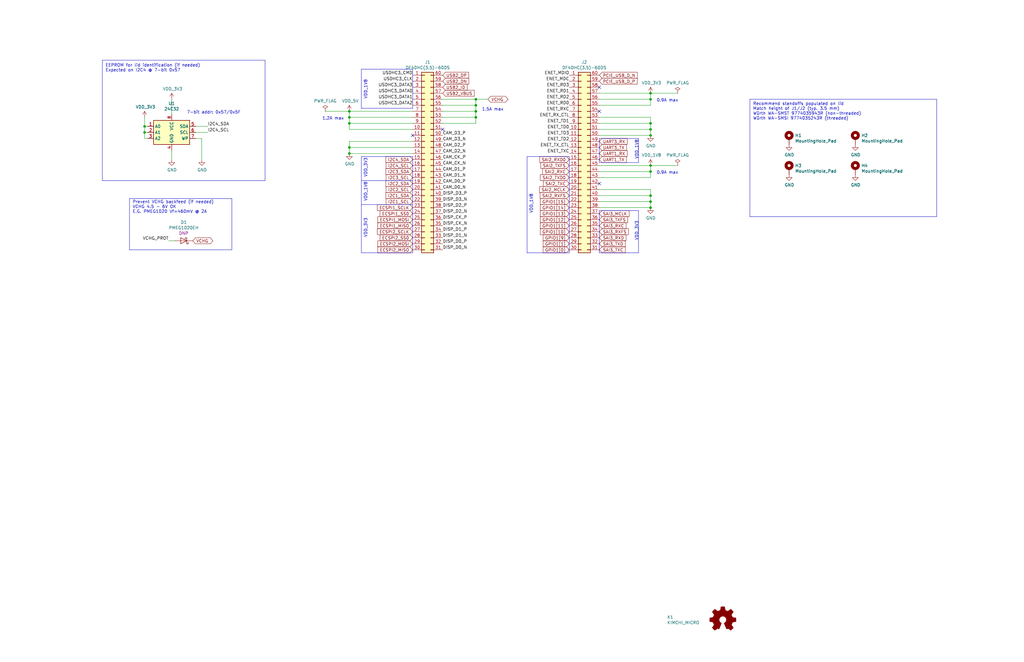
<source format=kicad_sch>
(kicad_sch (version 20230121) (generator eeschema)
  (paper "USLedger")
  (lib_symbols
    (symbol "Connector_Generic:Conn_02x30_Counter_Clockwise" (pin_names (offset 1.016) hide)
      (property "Reference" "J" (at 1.27 38.1 0))
      (property "Value" "Conn_02x30_Counter_Clockwise" (at 1.27 -40.64 0))
      (symbol "Conn_02x30_Counter_Clockwise_1_1"
        (rectangle (start -1.27 -37.973) (end 0 -38.227) (stroke (width 0.1524)))
        (rectangle (start -1.27 -35.433) (end 0 -35.687) (stroke (width 0.1524)))
        (rectangle (start -1.27 -32.893) (end 0 -33.147) (stroke (width 0.1524)))
        (rectangle (start -1.27 -30.353) (end 0 -30.607) (stroke (width 0.1524)))
        (rectangle (start -1.27 -27.813) (end 0 -28.067) (stroke (width 0.1524)))
        (rectangle (start -1.27 -25.273) (end 0 -25.527) (stroke (width 0.1524)))
        (rectangle (start -1.27 -22.733) (end 0 -22.987) (stroke (width 0.1524)))
        (rectangle (start -1.27 -20.193) (end 0 -20.447) (stroke (width 0.1524)))
        (rectangle (start -1.27 -17.653) (end 0 -17.907) (stroke (width 0.1524)))
        (rectangle (start -1.27 -15.113) (end 0 -15.367) (stroke (width 0.1524)))
        (rectangle (start -1.27 -12.573) (end 0 -12.827) (stroke (width 0.1524)))
        (rectangle (start -1.27 -10.033) (end 0 -10.287) (stroke (width 0.1524)))
        (rectangle (start -1.27 -7.493) (end 0 -7.747) (stroke (width 0.1524)))
        (rectangle (start -1.27 -4.953) (end 0 -5.207) (stroke (width 0.1524)))
        (rectangle (start -1.27 -2.413) (end 0 -2.667) (stroke (width 0.1524)))
        (rectangle (start -1.27 0.127) (end 0 -0.127) (stroke (width 0.1524)))
        (rectangle (start -1.27 2.667) (end 0 2.413) (stroke (width 0.1524)))
        (rectangle (start -1.27 5.207) (end 0 4.953) (stroke (width 0.1524)))
        (rectangle (start -1.27 7.747) (end 0 7.493) (stroke (width 0.1524)))
        (rectangle (start -1.27 10.287) (end 0 10.033) (stroke (width 0.1524)))
        (rectangle (start -1.27 12.827) (end 0 12.573) (stroke (width 0.1524)))
        (rectangle (start -1.27 15.367) (end 0 15.113) (stroke (width 0.1524)))
        (rectangle (start -1.27 17.907) (end 0 17.653) (stroke (width 0.1524)))
        (rectangle (start -1.27 20.447) (end 0 20.193) (stroke (width 0.1524)))
        (rectangle (start -1.27 22.987) (end 0 22.733) (stroke (width 0.1524)))
        (rectangle (start -1.27 25.527) (end 0 25.273) (stroke (width 0.1524)))
        (rectangle (start -1.27 28.067) (end 0 27.813) (stroke (width 0.1524)))
        (rectangle (start -1.27 30.607) (end 0 30.353) (stroke (width 0.1524)))
        (rectangle (start -1.27 33.147) (end 0 32.893) (stroke (width 0.1524)))
        (rectangle (start -1.27 35.687) (end 0 35.433) (stroke (width 0.1524)))
        (rectangle (start -1.27 36.83) (end 3.81 -39.37) (stroke (width 0.254)) (fill (type background)))
        (rectangle (start 3.81 -37.973) (end 2.54 -38.227) (stroke (width 0.1524)))
        (rectangle (start 3.81 -35.433) (end 2.54 -35.687) (stroke (width 0.1524)))
        (rectangle (start 3.81 -32.893) (end 2.54 -33.147) (stroke (width 0.1524)))
        (rectangle (start 3.81 -30.353) (end 2.54 -30.607) (stroke (width 0.1524)))
        (rectangle (start 3.81 -27.813) (end 2.54 -28.067) (stroke (width 0.1524)))
        (rectangle (start 3.81 -25.273) (end 2.54 -25.527) (stroke (width 0.1524)))
        (rectangle (start 3.81 -22.733) (end 2.54 -22.987) (stroke (width 0.1524)))
        (rectangle (start 3.81 -20.193) (end 2.54 -20.447) (stroke (width 0.1524)))
        (rectangle (start 3.81 -17.653) (end 2.54 -17.907) (stroke (width 0.1524)))
        (rectangle (start 3.81 -15.113) (end 2.54 -15.367) (stroke (width 0.1524)))
        (rectangle (start 3.81 -12.573) (end 2.54 -12.827) (stroke (width 0.1524)))
        (rectangle (start 3.81 -10.033) (end 2.54 -10.287) (stroke (width 0.1524)))
        (rectangle (start 3.81 -7.493) (end 2.54 -7.747) (stroke (width 0.1524)))
        (rectangle (start 3.81 -4.953) (end 2.54 -5.207) (stroke (width 0.1524)))
        (rectangle (start 3.81 -2.413) (end 2.54 -2.667) (stroke (width 0.1524)))
        (rectangle (start 3.81 0.127) (end 2.54 -0.127) (stroke (width 0.1524)))
        (rectangle (start 3.81 2.667) (end 2.54 2.413) (stroke (width 0.1524)))
        (rectangle (start 3.81 5.207) (end 2.54 4.953) (stroke (width 0.1524)))
        (rectangle (start 3.81 7.747) (end 2.54 7.493) (stroke (width 0.1524)))
        (rectangle (start 3.81 10.287) (end 2.54 10.033) (stroke (width 0.1524)))
        (rectangle (start 3.81 12.827) (end 2.54 12.573) (stroke (width 0.1524)))
        (rectangle (start 3.81 15.367) (end 2.54 15.113) (stroke (width 0.1524)))
        (rectangle (start 3.81 17.907) (end 2.54 17.653) (stroke (width 0.1524)))
        (rectangle (start 3.81 20.447) (end 2.54 20.193) (stroke (width 0.1524)))
        (rectangle (start 3.81 22.987) (end 2.54 22.733) (stroke (width 0.1524)))
        (rectangle (start 3.81 25.527) (end 2.54 25.273) (stroke (width 0.1524)))
        (rectangle (start 3.81 28.067) (end 2.54 27.813) (stroke (width 0.1524)))
        (rectangle (start 3.81 30.607) (end 2.54 30.353) (stroke (width 0.1524)))
        (rectangle (start 3.81 33.147) (end 2.54 32.893) (stroke (width 0.1524)))
        (rectangle (start 3.81 35.687) (end 2.54 35.433) (stroke (width 0.1524)))
        (pin passive line (at -5.08 35.56 0) (length 3.81) (name "Pin_1") (number "1"))
        (pin passive line (at -5.08 12.7 0) (length 3.81) (name "Pin_10") (number "10"))
        (pin passive line (at -5.08 10.16 0) (length 3.81) (name "Pin_11") (number "11"))
        (pin passive line (at -5.08 7.62 0) (length 3.81) (name "Pin_12") (number "12"))
        (pin passive line (at -5.08 5.08 0) (length 3.81) (name "Pin_13") (number "13"))
        (pin passive line (at -5.08 2.54 0) (length 3.81) (name "Pin_14") (number "14"))
        (pin passive line (at -5.08 0 0) (length 3.81) (name "Pin_15") (number "15"))
        (pin passive line (at -5.08 -2.54 0) (length 3.81) (name "Pin_16") (number "16"))
        (pin passive line (at -5.08 -5.08 0) (length 3.81) (name "Pin_17") (number "17"))
        (pin passive line (at -5.08 -7.62 0) (length 3.81) (name "Pin_18") (number "18"))
        (pin passive line (at -5.08 -10.16 0) (length 3.81) (name "Pin_19") (number "19"))
        (pin passive line (at -5.08 33.02 0) (length 3.81) (name "Pin_2") (number "2"))
        (pin passive line (at -5.08 -12.7 0) (length 3.81) (name "Pin_20") (number "20"))
        (pin passive line (at -5.08 -15.24 0) (length 3.81) (name "Pin_21") (number "21"))
        (pin passive line (at -5.08 -17.78 0) (length 3.81) (name "Pin_22") (number "22"))
        (pin passive line (at -5.08 -20.32 0) (length 3.81) (name "Pin_23") (number "23"))
        (pin passive line (at -5.08 -22.86 0) (length 3.81) (name "Pin_24") (number "24"))
        (pin passive line (at -5.08 -25.4 0) (length 3.81) (name "Pin_25") (number "25"))
        (pin passive line (at -5.08 -27.94 0) (length 3.81) (name "Pin_26") (number "26"))
        (pin passive line (at -5.08 -30.48 0) (length 3.81) (name "Pin_27") (number "27"))
        (pin passive line (at -5.08 -33.02 0) (length 3.81) (name "Pin_28") (number "28"))
        (pin passive line (at -5.08 -35.56 0) (length 3.81) (name "Pin_29") (number "29"))
        (pin passive line (at -5.08 30.48 0) (length 3.81) (name "Pin_3") (number "3"))
        (pin passive line (at -5.08 -38.1 0) (length 3.81) (name "Pin_30") (number "30"))
        (pin passive line (at 7.62 -38.1 180) (length 3.81) (name "Pin_31") (number "31"))
        (pin passive line (at 7.62 -35.56 180) (length 3.81) (name "Pin_32") (number "32"))
        (pin passive line (at 7.62 -33.02 180) (length 3.81) (name "Pin_33") (number "33"))
        (pin passive line (at 7.62 -30.48 180) (length 3.81) (name "Pin_34") (number "34"))
        (pin passive line (at 7.62 -27.94 180) (length 3.81) (name "Pin_35") (number "35"))
        (pin passive line (at 7.62 -25.4 180) (length 3.81) (name "Pin_36") (number "36"))
        (pin passive line (at 7.62 -22.86 180) (length 3.81) (name "Pin_37") (number "37"))
        (pin passive line (at 7.62 -20.32 180) (length 3.81) (name "Pin_38") (number "38"))
        (pin passive line (at 7.62 -17.78 180) (length 3.81) (name "Pin_39") (number "39"))
        (pin passive line (at -5.08 27.94 0) (length 3.81) (name "Pin_4") (number "4"))
        (pin passive line (at 7.62 -15.24 180) (length 3.81) (name "Pin_40") (number "40"))
        (pin passive line (at 7.62 -12.7 180) (length 3.81) (name "Pin_41") (number "41"))
        (pin passive line (at 7.62 -10.16 180) (length 3.81) (name "Pin_42") (number "42"))
        (pin passive line (at 7.62 -7.62 180) (length 3.81) (name "Pin_43") (number "43"))
        (pin passive line (at 7.62 -5.08 180) (length 3.81) (name "Pin_44") (number "44"))
        (pin passive line (at 7.62 -2.54 180) (length 3.81) (name "Pin_45") (number "45"))
        (pin passive line (at 7.62 0 180) (length 3.81) (name "Pin_46") (number "46"))
        (pin passive line (at 7.62 2.54 180) (length 3.81) (name "Pin_47") (number "47"))
        (pin passive line (at 7.62 5.08 180) (length 3.81) (name "Pin_48") (number "48"))
        (pin passive line (at 7.62 7.62 180) (length 3.81) (name "Pin_49") (number "49"))
        (pin passive line (at -5.08 25.4 0) (length 3.81) (name "Pin_5") (number "5"))
        (pin passive line (at 7.62 10.16 180) (length 3.81) (name "Pin_50") (number "50"))
        (pin passive line (at 7.62 12.7 180) (length 3.81) (name "Pin_51") (number "51"))
        (pin passive line (at 7.62 15.24 180) (length 3.81) (name "Pin_52") (number "52"))
        (pin passive line (at 7.62 17.78 180) (length 3.81) (name "Pin_53") (number "53"))
        (pin passive line (at 7.62 20.32 180) (length 3.81) (name "Pin_54") (number "54"))
        (pin passive line (at 7.62 22.86 180) (length 3.81) (name "Pin_55") (number "55"))
        (pin passive line (at 7.62 25.4 180) (length 3.81) (name "Pin_56") (number "56"))
        (pin passive line (at 7.62 27.94 180) (length 3.81) (name "Pin_57") (number "57"))
        (pin passive line (at 7.62 30.48 180) (length 3.81) (name "Pin_58") (number "58"))
        (pin passive line (at 7.62 33.02 180) (length 3.81) (name "Pin_59") (number "59"))
        (pin passive line (at -5.08 22.86 0) (length 3.81) (name "Pin_6") (number "6"))
        (pin passive line (at 7.62 35.56 180) (length 3.81) (name "Pin_60") (number "60"))
        (pin passive line (at -5.08 20.32 0) (length 3.81) (name "Pin_7") (number "7"))
        (pin passive line (at -5.08 17.78 0) (length 3.81) (name "Pin_8") (number "8"))
        (pin passive line (at -5.08 15.24 0) (length 3.81) (name "Pin_9") (number "9"))
      )
    )
    (symbol "Diode:PMEG1020EH" (pin_numbers hide) (pin_names hide)
      (property "Reference" "D" (at 0 2.54 0))
      (property "Value" "PMEG1020EH" (at 0 -2.54 0))
      (symbol "PMEG1020EH_0_1"
        (polyline (pts (xy 1.27 0) (xy -1.27 0)))
        (polyline (pts (xy 1.27 1.27) (xy 1.27 -1.27) (xy -1.27 0) (xy 1.27 1.27)) (stroke (width 0.2032)))
        (polyline (pts (xy -1.905 0.635) (xy -1.905 1.27) (xy -1.27 1.27) (xy -1.27 -1.27) (xy -0.635 -1.27) (xy -0.635 -0.635)) (stroke (width 0.2032)))
      )
      (symbol "PMEG1020EH_1_1"
        (pin passive line (at -3.81 0 0) (length 2.54) (name "K") (number "1"))
        (pin passive line (at 3.81 0 180) (length 2.54) (name "A") (number "2"))
      )
    )
    (symbol "Graphic:Logo_Open_Hardware_Small" (in_bom no) (on_board no)
      (symbol "Logo_Open_Hardware_Small_0_1"
        (polyline (pts (xy 3.3528 -4.3434) (xy 3.302 -4.318) (xy 3.175 -4.2418) (xy 2.9972 -4.1148) (xy 2.7686 -3.9624) (xy 2.54 -3.81) (xy 2.3622 -3.7084) (xy 2.2352 -3.6068) (xy 2.1844 -3.5814) (xy 2.159 -3.6068) (xy 2.0574 -3.6576) (xy 1.905 -3.7338) (xy 1.8034 -3.7846) (xy 1.6764 -3.8354) (xy 1.6002 -3.8354) (xy 1.6002 -3.8354) (xy 1.5494 -3.7338) (xy 1.4732 -3.5306) (xy 1.3462 -3.302) (xy 1.2446 -3.0226) (xy 1.1176 -2.7178) (xy 0.9652 -2.413) (xy 0.8636 -2.1082) (xy 0.7366 -1.8288) (xy 0.6604 -1.6256) (xy 0.6096 -1.4732) (xy 0.5842 -1.397) (xy 0.5842 -1.397) (xy 0.6604 -1.3208) (xy 0.7874 -1.2446) (xy 1.0414 -1.016) (xy 1.2954 -0.6858) (xy 1.4478 -0.3302) (xy 1.524 0.0762) (xy 1.4732 0.4572) (xy 1.3208 0.8128) (xy 1.0668 1.143) (xy 0.762 1.3716) (xy 0.4064 1.524) (xy 0 1.5748) (xy -0.381 1.5494) (xy -0.7366 1.397) (xy -1.0668 1.143) (xy -1.2192 0.9906) (xy -1.397 0.6604) (xy -1.524 0.3048) (xy -1.524 0.2286) (xy -1.4986 -0.1778) (xy -1.397 -0.5334) (xy -1.1938 -0.8636) (xy -0.9144 -1.143) (xy -0.8636 -1.1684) (xy -0.7366 -1.27) (xy -0.635 -1.3462) (xy -0.5842 -1.397) (xy -1.0668 -2.5908) (xy -1.143 -2.794) (xy -1.2954 -3.1242) (xy -1.397 -3.4036) (xy -1.4986 -3.6322) (xy -1.5748 -3.7846) (xy -1.6002 -3.8354) (xy -1.6002 -3.8354) (xy -1.651 -3.8354) (xy -1.7272 -3.81) (xy -1.905 -3.7338) (xy -2.0066 -3.683) (xy -2.1336 -3.6068) (xy -2.2098 -3.5814) (xy -2.2606 -3.6068) (xy -2.3622 -3.683) (xy -2.54 -3.81) (xy -2.7686 -3.9624) (xy -2.9718 -4.0894) (xy -3.1496 -4.2164) (xy -3.302 -4.318) (xy -3.3528 -4.3434) (xy -3.3782 -4.3434) (xy -3.429 -4.318) (xy -3.5306 -4.2164) (xy -3.7084 -4.064) (xy -3.937 -3.8354) (xy -3.9624 -3.81) (xy -4.1656 -3.6068) (xy -4.318 -3.4544) (xy -4.4196 -3.3274) (xy -4.445 -3.2766) (xy -4.445 -3.2766) (xy -4.4196 -3.2258) (xy -4.318 -3.0734) (xy -4.2164 -2.8956) (xy -4.064 -2.667) (xy -3.6576 -2.0828) (xy -3.8862 -1.5494) (xy -3.937 -1.3716) (xy -4.0386 -1.1684) (xy -4.0894 -1.0414) (xy -4.1148 -0.9652) (xy -4.191 -0.9398) (xy -4.318 -0.9144) (xy -4.5466 -0.8636) (xy -4.8006 -0.8128) (xy -5.0546 -0.7874) (xy -5.2578 -0.7366) (xy -5.4356 -0.7112) (xy -5.5118 -0.6858) (xy -5.5118 -0.6858) (xy -5.5372 -0.635) (xy -5.5372 -0.5588) (xy -5.5372 -0.4318) (xy -5.5626 -0.2286) (xy -5.5626 0.0762) (xy -5.5626 0.127) (xy -5.5372 0.4064) (xy -5.5372 0.635) (xy -5.5372 0.762) (xy -5.5372 0.8382) (xy -5.5372 0.8382) (xy -5.461 0.8382) (xy -5.3086 0.889) (xy -5.08 0.9144) (xy -4.826 0.9652) (xy -4.8006 0.9906) (xy -4.5466 1.0414) (xy -4.318 1.0668) (xy -4.1656 1.1176) (xy -4.0894 1.143) (xy -4.0894 1.143) (xy -4.0386 1.2446) (xy -3.9624 1.4224) (xy -3.8608 1.6256) (xy -3.7846 1.8288) (xy -3.7084 2.0066) (xy -3.6576 2.159) (xy -3.6322 2.2098) (xy -3.6322 2.2098) (xy -3.683 2.286) (xy -3.7592 2.413) (xy -3.8862 2.5908) (xy -4.064 2.8194) (xy -4.064 2.8448) (xy -4.2164 3.0734) (xy -4.3434 3.2512) (xy -4.4196 3.3782) (xy -4.445 3.4544) (xy -4.445 3.4544) (xy -4.3942 3.5052) (xy -4.2926 3.6322) (xy -4.1148 3.81) (xy -3.937 4.0132) (xy -3.8608 4.064) (xy -3.6576 4.2926) (xy -3.5052 4.4196) (xy -3.4036 4.4958) (xy -3.3528 4.5212) (xy -3.3528 4.5212) (xy -3.302 4.4704) (xy -3.1496 4.3688) (xy -2.9718 4.2418) (xy -2.7432 4.0894) (xy -2.7178 4.0894) (xy -2.4892 3.937) (xy -2.3114 3.81) (xy -2.1844 3.7084) (xy -2.1336 3.683) (xy -2.1082 3.683) (xy -2.032 3.7084) (xy -1.8542 3.7592) (xy -1.6764 3.8354) (xy -1.4732 3.937) (xy -1.27 4.0132) (xy -1.143 4.064) (xy -1.0668 4.1148) (xy -1.0668 4.1148) (xy -1.0414 4.191) (xy -1.016 4.3434) (xy -0.9652 4.572) (xy -0.9144 4.8514) (xy -0.889 4.9022) (xy -0.8382 5.1562) (xy -0.8128 5.3848) (xy -0.7874 5.5372) (xy -0.762 5.588) (xy -0.7112 5.6134) (xy -0.5842 5.6134) (xy -0.4064 5.6134) (xy -0.1524 5.6134) (xy 0.0762 5.6134) (xy 0.3302 5.6134) (xy 0.5334 5.6134) (xy 0.6858 5.588) (xy 0.7366 5.588) (xy 0.7366 5.588) (xy 0.762 5.5118) (xy 0.8128 5.334) (xy 0.8382 5.1054) (xy 0.9144 4.826) (xy 0.9144 4.7752) (xy 0.9652 4.5212) (xy 1.016 4.2926) (xy 1.0414 4.1402) (xy 1.0668 4.0894) (xy 1.0668 4.0894) (xy 1.1938 4.0386) (xy 1.3716 3.9624) (xy 1.5748 3.8608) (xy 2.0828 3.6576) (xy 2.7178 4.0894) (xy 2.7686 4.1402) (xy 2.9972 4.2926) (xy 3.175 4.4196) (xy 3.302 4.4958) (xy 3.3782 4.5212) (xy 3.3782 4.5212) (xy 3.429 4.4704) (xy 3.556 4.3434) (xy 3.7338 4.191) (xy 3.9116 3.9878) (xy 4.064 3.8354) (xy 4.2418 3.6576) (xy 4.3434 3.556) (xy 4.4196 3.4798) (xy 4.4196 3.429) (xy 4.4196 3.4036) (xy 4.3942 3.3274) (xy 4.2926 3.2004) (xy 4.1656 2.9972) (xy 4.0132 2.794) (xy 3.8862 2.5908) (xy 3.7592 2.3876) (xy 3.6576 2.2352) (xy 3.6322 2.159) (xy 3.6322 2.1336) (xy 3.683 2.0066) (xy 3.7592 1.8288) (xy 3.8608 1.6002) (xy 4.064 1.1176) (xy 4.3942 1.0414) (xy 4.5974 1.016) (xy 4.8768 0.9652) (xy 5.1308 0.9144) (xy 5.5372 0.8382) (xy 5.5626 -0.6604) (xy 5.4864 -0.6858) (xy 5.4356 -0.6858) (xy 5.2832 -0.7366) (xy 5.0546 -0.762) (xy 4.8006 -0.8128) (xy 4.5974 -0.8636) (xy 4.3688 -0.9144) (xy 4.2164 -0.9398) (xy 4.1402 -0.9398) (xy 4.1148 -0.9652) (xy 4.064 -1.0668) (xy 3.9878 -1.2446) (xy 3.9116 -1.4478) (xy 3.81 -1.651) (xy 3.7338 -1.8542) (xy 3.683 -2.0066) (xy 3.6576 -2.0828) (xy 3.683 -2.1336) (xy 3.7846 -2.2606) (xy 3.8862 -2.4638) (xy 4.0386 -2.667) (xy 4.191 -2.8956) (xy 4.318 -3.0734) (xy 4.3942 -3.2004) (xy 4.445 -3.2766) (xy 4.4196 -3.3274) (xy 4.3434 -3.429) (xy 4.1656 -3.5814) (xy 3.937 -3.8354) (xy 3.8862 -3.8608) (xy 3.683 -4.064) (xy 3.5306 -4.2164) (xy 3.4036 -4.318) (xy 3.3528 -4.3434)) (fill (type outline)))
      )
    )
    (symbol "Mechanical:MountingHole_Pad" (pin_numbers hide) (pin_names (offset 1.016) hide)
      (property "Reference" "H" (at 0 6.35 0))
      (property "Value" "MountingHole_Pad" (at 0 4.445 0))
      (symbol "MountingHole_Pad_0_1"
        (circle (center 0 1.27) (radius 1.27) (stroke (width 1.27)))
      )
      (symbol "MountingHole_Pad_1_1"
        (pin input line (at 0 -2.54 90) (length 2.54) (name "1") (number "1"))
      )
    )
    (symbol "Memory_EEPROM:24LC16"
      (property "Reference" "U" (at -6.35 6.35 0))
      (property "Value" "24LC16" (at 1.27 6.35 0))
      (symbol "24LC16_1_1"
        (rectangle (start -7.62 5.08) (end 7.62 -5.08) (stroke (width 0.254)) (fill (type background)))
        (pin input line (at -10.16 2.54 0) (length 2.54) (name "A0") (number "1"))
        (pin input line (at -10.16 0 0) (length 2.54) (name "A1") (number "2"))
        (pin input line (at -10.16 -2.54 0) (length 2.54) (name "A2") (number "3"))
        (pin power_in line (at 0 -7.62 90) (length 2.54) (name "GND") (number "4"))
        (pin bidirectional line (at 10.16 2.54 180) (length 2.54) (name "SDA") (number "5"))
        (pin input line (at 10.16 0 180) (length 2.54) (name "SCL") (number "6"))
        (pin input line (at 10.16 -2.54 180) (length 2.54) (name "WP") (number "7"))
        (pin power_in line (at 0 7.62 270) (length 2.54) (name "VCC") (number "8"))
      )
    )
    (symbol "kimchi_ulid:KIMCHI_MICRO" (pin_names (offset 1.016))
      (property "Reference" "K" (at 0 0 0))
      (property "Value" "KIMCHI_MICRO" (at 0 0 0))
    )
    (symbol "kimchi_ulid:VDD_1V8" (power) (pin_names (offset 0))
      (property "Value" "VDD_1V8" (at 0 3.556 0))
      (symbol "VDD_1V8_0_1"
        (polyline (pts (xy -0.762 1.27) (xy 0 2.54)))
        (polyline (pts (xy 0 0) (xy 0 2.54)))
        (polyline (pts (xy 0 2.54) (xy 0.762 1.27)))
      )
      (symbol "VDD_1V8_1_1"
        (pin power_in line (at 0 0 90) (length 0) hide (name "VDD_1V8") (number "1"))
      )
    )
    (symbol "kimchi_ulid:VDD_3V3" (power) (pin_names (offset 0))
      (property "Value" "VDD_3V3" (at 0 3.556 0))
      (symbol "VDD_3V3_0_1"
        (polyline (pts (xy -0.762 1.27) (xy 0 2.54)))
        (polyline (pts (xy 0 0) (xy 0 2.54)))
        (polyline (pts (xy 0 2.54) (xy 0.762 1.27)))
      )
      (symbol "VDD_3V3_1_1"
        (pin power_in line (at 0 0 90) (length 0) hide (name "VDD_3V3") (number "1"))
      )
    )
    (symbol "kimchi_ulid:VDD_5V" (power) (pin_names (offset 0))
      (property "Value" "VDD_5V" (at 0 3.556 0))
      (symbol "VDD_5V_0_1"
        (polyline (pts (xy -0.762 1.27) (xy 0 2.54)))
        (polyline (pts (xy 0 0) (xy 0 2.54)))
        (polyline (pts (xy 0 2.54) (xy 0.762 1.27)))
      )
      (symbol "VDD_5V_1_1"
        (pin power_in line (at 0 0 90) (length 0) hide (name "VDD_5V") (number "1"))
      )
    )
    (symbol "power:GND" (power) (pin_names (offset 0))
      (property "Value" "GND" (at 0 -3.81 0))
      (symbol "GND_0_1"
        (polyline (pts (xy 0 0) (xy 0 -1.27) (xy 1.27 -1.27) (xy 0 -2.54) (xy -1.27 -1.27) (xy 0 -1.27)))
      )
      (symbol "GND_1_1"
        (pin power_in line (at 0 0 270) (length 0) hide (name "GND") (number "1"))
      )
    )
    (symbol "power:PWR_FLAG" (power) (pin_numbers hide) (pin_names (offset 0) hide)
      (property "Value" "PWR_FLAG" (at 0 3.81 0))
      (symbol "PWR_FLAG_0_0"
        (pin power_out line (at 0 0 90) (length 0) (name "pwr") (number "1"))
      )
      (symbol "PWR_FLAG_0_1"
        (polyline (pts (xy 0 0) (xy 0 1.27) (xy -1.016 1.905) (xy 0 2.54) (xy 1.016 1.905) (xy 0 1.27)))
      )
    )
  )
  (junction (at 274.32 54.61))
  (junction (at 200.66 44.45))
  (junction (at 274.32 57.15))
  (junction (at 274.32 39.37))
  (junction (at 274.32 72.39))
  (junction (at 200.66 46.99))
  (junction (at 147.32 52.07))
  (junction (at 274.32 82.55))
  (junction (at 147.32 62.23))
  (junction (at 274.32 87.63))
  (junction (at 200.66 41.91))
  (junction (at 274.32 69.85))
  (junction (at 147.32 64.77))
  (junction (at 200.66 49.53))
  (junction (at 147.32 49.53))
  (junction (at 147.32 46.99))
  (junction (at 60.96 53.34))
  (junction (at 274.32 85.09))
  (junction (at 274.32 41.91))
  (junction (at 60.96 55.88))
  (junction (at 274.32 52.07))
  (no_connect (at 186.69 54.61))
  (no_connect (at 252.73 46.99))
  (no_connect (at 252.73 36.83))
  (no_connect (at 252.73 77.47))
  (no_connect (at 173.99 57.15))
  (polyline (pts (xy 222.25 106.68) (xy 222.25 66.04)))
  (wire (pts (xy 173.99 62.23) (xy 147.32 62.23)))
  (wire (pts (xy 200.66 41.91) (xy 186.69 41.91)))
  (wire (pts (xy 252.73 54.61) (xy 274.32 54.61)))
  (polyline (pts (xy 173.99 66.04) (xy 173.99 106.68)))
  (wire (pts (xy 72.39 67.31) (xy 72.39 63.5)))
  (wire (pts (xy 274.32 54.61) (xy 274.32 52.07)))
  (wire (pts (xy 147.32 59.69) (xy 147.32 62.23)))
  (wire (pts (xy 62.23 55.88) (xy 60.96 55.88)))
  (wire (pts (xy 137.16 46.99) (xy 147.32 46.99)))
  (polyline (pts (xy 252.73 68.58) (xy 252.73 58.42)))
  (wire (pts (xy 274.32 74.93) (xy 252.73 74.93)))
  (wire (pts (xy 274.32 57.15) (xy 274.32 54.61)))
  (wire (pts (xy 285.75 69.85) (xy 274.32 69.85)))
  (polyline (pts (xy 240.03 66.04) (xy 240.03 106.68)))
  (polyline (pts (xy 252.73 106.68) (xy 269.24 106.68)))
  (polyline (pts (xy 152.4 76.2) (xy 173.99 76.2)))
  (wire (pts (xy 274.32 80.01) (xy 274.32 82.55)))
  (wire (pts (xy 82.55 58.42) (xy 85.09 58.42)))
  (wire (pts (xy 173.99 59.69) (xy 147.32 59.69)))
  (polyline (pts (xy 97.79 105.41) (xy 54.61 105.41)))
  (polyline (pts (xy 252.73 88.9) (xy 252.73 106.68)))
  (wire (pts (xy 252.73 49.53) (xy 274.32 49.53)))
  (wire (pts (xy 252.73 44.45) (xy 274.32 44.45)))
  (polyline (pts (xy 43.18 76.2) (xy 111.76 76.2)))
  (wire (pts (xy 173.99 49.53) (xy 147.32 49.53)))
  (polyline (pts (xy 111.76 25.4) (xy 43.18 25.4)))
  (wire (pts (xy 147.32 46.99) (xy 173.99 46.99)))
  (polyline (pts (xy 54.61 105.41) (xy 54.61 83.82)))
  (wire (pts (xy 252.73 57.15) (xy 274.32 57.15)))
  (polyline (pts (xy 152.4 66.04) (xy 152.4 106.68)))
  (wire (pts (xy 274.32 69.85) (xy 252.73 69.85)))
  (wire (pts (xy 200.66 49.53) (xy 200.66 52.07)))
  (wire (pts (xy 60.96 53.34) (xy 60.96 55.88)))
  (wire (pts (xy 274.32 72.39) (xy 274.32 74.93)))
  (wire (pts (xy 274.32 69.85) (xy 274.32 72.39)))
  (polyline (pts (xy 252.73 58.42) (xy 269.24 58.42)))
  (wire (pts (xy 200.66 44.45) (xy 186.69 44.45)))
  (wire (pts (xy 200.66 49.53) (xy 186.69 49.53)))
  (wire (pts (xy 60.96 58.42) (xy 62.23 58.42)))
  (polyline (pts (xy 152.4 29.21) (xy 152.4 45.72)))
  (wire (pts (xy 205.74 41.91) (xy 200.66 41.91)))
  (wire (pts (xy 71.12 101.6) (xy 73.66 101.6)))
  (wire (pts (xy 200.66 46.99) (xy 200.66 49.53)))
  (wire (pts (xy 274.32 39.37) (xy 252.73 39.37)))
  (polyline (pts (xy 173.99 29.21) (xy 173.99 45.72)))
  (wire (pts (xy 285.75 39.37) (xy 274.32 39.37)))
  (polyline (pts (xy 97.79 83.82) (xy 97.79 105.41)))
  (wire (pts (xy 173.99 54.61) (xy 147.32 54.61)))
  (polyline (pts (xy 54.61 83.82) (xy 97.79 83.82)))
  (polyline (pts (xy 269.24 88.9) (xy 252.73 88.9)))
  (polyline (pts (xy 152.4 106.68) (xy 173.99 106.68)))
  (polyline (pts (xy 269.24 68.58) (xy 252.73 68.58)))
  (wire (pts (xy 60.96 49.53) (xy 60.96 53.34)))
  (wire (pts (xy 274.32 82.55) (xy 274.32 85.09)))
  (wire (pts (xy 147.32 49.53) (xy 147.32 46.99)))
  (polyline (pts (xy 316.23 91.44) (xy 316.23 41.91)))
  (wire (pts (xy 274.32 52.07) (xy 252.73 52.07)))
  (wire (pts (xy 60.96 55.88) (xy 60.96 58.42)))
  (polyline (pts (xy 269.24 58.42) (xy 269.24 68.58)))
  (wire (pts (xy 274.32 44.45) (xy 274.32 41.91)))
  (polyline (pts (xy 269.24 106.68) (xy 269.24 88.9)))
  (polyline (pts (xy 222.25 66.04) (xy 240.03 66.04)))
  (polyline (pts (xy 173.99 86.36) (xy 152.4 86.36)))
  (wire (pts (xy 252.73 85.09) (xy 274.32 85.09)))
  (wire (pts (xy 274.32 41.91) (xy 252.73 41.91)))
  (wire (pts (xy 72.39 41.91) (xy 72.39 48.26)))
  (wire (pts (xy 173.99 52.07) (xy 147.32 52.07)))
  (wire (pts (xy 62.23 53.34) (xy 60.96 53.34)))
  (polyline (pts (xy 152.4 45.72) (xy 173.99 45.72)))
  (wire (pts (xy 200.66 52.07) (xy 186.69 52.07)))
  (polyline (pts (xy 240.03 106.68) (xy 222.25 106.68)))
  (wire (pts (xy 87.63 55.88) (xy 82.55 55.88)))
  (wire (pts (xy 147.32 54.61) (xy 147.32 52.07)))
  (wire (pts (xy 87.63 53.34) (xy 82.55 53.34)))
  (polyline (pts (xy 394.97 91.44) (xy 316.23 91.44)))
  (wire (pts (xy 274.32 49.53) (xy 274.32 52.07)))
  (wire (pts (xy 252.73 82.55) (xy 274.32 82.55)))
  (wire (pts (xy 85.09 58.42) (xy 85.09 67.31)))
  (wire (pts (xy 200.66 46.99) (xy 186.69 46.99)))
  (wire (pts (xy 274.32 39.37) (xy 274.32 41.91)))
  (polyline (pts (xy 173.99 29.21) (xy 152.4 29.21)))
  (polyline (pts (xy 111.76 76.2) (xy 111.76 25.4)))
  (polyline (pts (xy 173.99 66.04) (xy 152.4 66.04)))
  (polyline (pts (xy 316.23 41.91) (xy 394.97 41.91)))
  (wire (pts (xy 147.32 62.23) (xy 147.32 64.77)))
  (wire (pts (xy 252.73 72.39) (xy 274.32 72.39)))
  (polyline (pts (xy 43.18 25.4) (xy 43.18 76.2)))
  (wire (pts (xy 147.32 52.07) (xy 147.32 49.53)))
  (wire (pts (xy 252.73 87.63) (xy 274.32 87.63)))
  (wire (pts (xy 200.66 41.91) (xy 200.66 44.45)))
  (wire (pts (xy 274.32 87.63) (xy 274.32 85.09)))
  (wire (pts (xy 252.73 80.01) (xy 274.32 80.01)))
  (polyline (pts (xy 394.97 41.91) (xy 394.97 91.44)))
  (wire (pts (xy 173.99 64.77) (xy 147.32 64.77)))
  (wire (pts (xy 200.66 44.45) (xy 200.66 46.99)))
  (text "0.9A max" (at 276.86 73.66 0) (effects (font (size 1.27 1.27)) (justify left bottom)))
  (text "VDD_3V3" (at 154.94 74.93 90) (effects (font (size 1.27 1.27)) (justify left bottom)))
  (text "1.2A max" (at 135.89 50.8 0) (effects (font (size 1.27 1.27)) (justify left bottom)))
  (text "1.5A max" (at 203.2 46.99 0) (effects (font (size 1.27 1.27)) (justify left bottom)))
  (text "VDD_1V8" (at 269.24 67.31 90) (effects (font (size 1.27 1.27)) (justify left bottom)))
  (text "7-bit addr: 0x57/0x5F" (at 78.74 48.26 0) (effects (font (size 1.27 1.27)) (justify left bottom)))
  (text "VDD_1V8" (at 154.94 85.09 90) (effects (font (size 1.27 1.27)) (justify left bottom)))
  (text "Prevent VCHG backfeed (if needed)\nVCHG 4.5 - 6V OK\nE.G. PMEG1020 Vf=460mV @ 2A" (at 55.88 90.17 0) (effects (font (size 1.27 1.27)) (justify left bottom)))
  (text "EEPROM for lid identification (if needed)\nExpected on I2C4 @ 7-bit 0x57" (at 44.45 30.48 0) (effects (font (size 1.27 1.27)) (justify left bottom)))
  (text "VDD_3V3" (at 269.24 101.6 90) (effects (font (size 1.27 1.27)) (justify left bottom)))
  (text "VDD_1V8" (at 154.94 41.91 90) (effects (font (size 1.27 1.27)) (justify left bottom)))
  (text "VDD_3V3" (at 154.94 100.33 90) (effects (font (size 1.27 1.27)) (justify left bottom)))
  (text "Recommend standoffs populated on lid\nMatch height of J1/J2 (typ. 3.5 mm)\nWürth WA-SMST 9774035943R (non-threaded)\nWürth WA-SMSI 9774035243R (threaded)" (at 317.5 50.8 0) (effects (font (size 1.27 1.27)) (justify left bottom)))
  (text "VDD_1V8" (at 224.79 90.17 90) (effects (font (size 1.27 1.27)) (justify left bottom)))
  (text "0.9A max" (at 276.86 43.18 0) (effects (font (size 1.27 1.27)) (justify left bottom)))
  (label "I2C4_SDA" (at 87.63 53.34 0))
  (label "ENET_TD0" (at 240.03 54.61 180))
  (label "USDHC3_DATA0" (at 173.99 39.37 180))
  (label "ENET_TXC" (at 240.03 64.77 180))
  (label "CAM_D2_N" (at 186.69 64.77 0))
  (label "ENET_RXC" (at 240.03 46.99 180))
  (label "USDHC3_DATA2" (at 173.99 44.45 180))
  (label "CAM_D3_P" (at 186.69 57.15 0))
  (label "DISP_D0_P" (at 186.69 102.87 0))
  (label "ENET_TX_CTL" (at 240.03 62.23 180))
  (label "CAM_CK_N" (at 186.69 69.85 0))
  (label "CAM_D1_N" (at 186.69 74.93 0))
  (label "DISP_D3_N" (at 186.69 85.09 0))
  (label "ENET_MDIO" (at 240.03 31.75 180))
  (label "CAM_D2_P" (at 186.69 62.23 0))
  (label "ENET_TD2" (at 240.03 59.69 180))
  (label "USDHC3_CMD" (at 173.99 31.75 180))
  (label "DISP_D1_P" (at 186.69 97.79 0))
  (label "CAM_CK_P" (at 186.69 67.31 0))
  (label "ENET_RD3" (at 240.03 36.83 180))
  (label "USDHC3_CLK" (at 173.99 34.29 180))
  (label "ENET_RD0" (at 240.03 44.45 180))
  (label "VCHG_PROT" (at 71.12 101.6 180))
  (label "USDHC3_DATA1" (at 173.99 41.91 180))
  (label "DISP_D1_N" (at 186.69 100.33 0))
  (label "CAM_D1_P" (at 186.69 72.39 0))
  (label "DISP_D0_N" (at 186.69 105.41 0))
  (label "CAM_D0_N" (at 186.69 80.01 0))
  (label "DISP_D2_N" (at 186.69 90.17 0))
  (label "CAM_D3_N" (at 186.69 59.69 0))
  (label "ENET_RD2" (at 240.03 41.91 180))
  (label "ENET_TD3" (at 240.03 57.15 180))
  (label "DISP_CK_N" (at 186.69 95.25 0))
  (label "CAM_D0_P" (at 186.69 77.47 0))
  (label "ENET_RX_CTL" (at 240.03 49.53 180))
  (label "I2C4_SCL" (at 87.63 55.88 0))
  (label "ENET_TD1" (at 240.03 52.07 180))
  (label "DISP_CK_P" (at 186.69 92.71 0))
  (label "DISP_D2_P" (at 186.69 87.63 0))
  (label "USDHC3_DATA3" (at 173.99 36.83 180))
  (label "ENET_RD1" (at 240.03 39.37 180))
  (label "ENET_MDC" (at 240.03 34.29 180))
  (label "DISP_D3_P" (at 186.69 82.55 0))
  (global_label "USB2_DP" (shape input) (at 186.69 31.75 0) (property "Intersheetrefs" "${INTERSHEET_REFS}" (effects hide)))
  (global_label "GPIO1[1]" (shape input) (at 240.03 102.87 180) (property "Intersheetrefs" "${INTERSHEET_REFS}" (effects hide)))
  (global_label "GPIO1[10]" (shape input) (at 240.03 97.79 180) (property "Intersheetrefs" "${INTERSHEET_REFS}" (effects hide)))
  (global_label "SAI3_TXC" (shape input) (at 252.73 105.41 0) (property "Intersheetrefs" "${INTERSHEET_REFS}" (effects hide)))
  (global_label "I2C2_SCL" (shape input) (at 173.99 80.01 180) (property "Intersheetrefs" "${INTERSHEET_REFS}" (effects hide)))
  (global_label "I2C4_SDA" (shape input) (at 173.99 67.31 180) (property "Intersheetrefs" "${INTERSHEET_REFS}" (effects hide)))
  (global_label "VCHG" (shape bidirectional) (at 205.74 41.91 0) (property "Intersheetrefs" "${INTERSHEET_REFS}" (effects hide)))
  (global_label "SAI2_RXD0" (shape input) (at 240.03 67.31 180) (property "Intersheetrefs" "${INTERSHEET_REFS}" (effects hide)))
  (global_label "GPIO1[11]" (shape input) (at 240.03 95.25 180) (property "Intersheetrefs" "${INTERSHEET_REFS}" (effects hide)))
  (global_label "USB2_DN" (shape input) (at 186.69 34.29 0) (property "Intersheetrefs" "${INTERSHEET_REFS}" (effects hide)))
  (global_label "SAI3_RXD" (shape input) (at 252.73 100.33 0) (property "Intersheetrefs" "${INTERSHEET_REFS}" (effects hide)))
  (global_label "SAI2_TXFS" (shape input) (at 240.03 69.85 180) (property "Intersheetrefs" "${INTERSHEET_REFS}" (effects hide)))
  (global_label "SAI2_RXC" (shape input) (at 240.03 72.39 180) (property "Intersheetrefs" "${INTERSHEET_REFS}" (effects hide)))
  (global_label "UART1_TX" (shape input) (at 252.73 67.31 0) (property "Intersheetrefs" "${INTERSHEET_REFS}" (effects hide)))
  (global_label "SAI2_MCLK" (shape input) (at 240.03 80.01 180) (property "Intersheetrefs" "${INTERSHEET_REFS}" (effects hide)))
  (global_label "I2C2_SDA" (shape input) (at 173.99 77.47 180) (property "Intersheetrefs" "${INTERSHEET_REFS}" (effects hide)))
  (global_label "PCIE_USB_D_N" (shape input) (at 252.73 31.75 0) (property "Intersheetrefs" "${INTERSHEET_REFS}" (effects hide)))
  (global_label "SAI3_RXC" (shape input) (at 252.73 95.25 0) (property "Intersheetrefs" "${INTERSHEET_REFS}" (effects hide)))
  (global_label "ECSPI1_SS0" (shape input) (at 173.99 90.17 180) (property "Intersheetrefs" "${INTERSHEET_REFS}" (effects hide)))
  (global_label "SAI2_RXFS" (shape input) (at 240.03 82.55 180) (property "Intersheetrefs" "${INTERSHEET_REFS}" (effects hide)))
  (global_label "GPIO1[13]" (shape input) (at 240.03 90.17 180) (property "Intersheetrefs" "${INTERSHEET_REFS}" (effects hide)))
  (global_label "I2C3_SDA" (shape input) (at 173.99 72.39 180) (property "Intersheetrefs" "${INTERSHEET_REFS}" (effects hide)))
  (global_label "ECSPI2_SS0" (shape input) (at 173.99 100.33 180) (property "Intersheetrefs" "${INTERSHEET_REFS}" (effects hide)))
  (global_label "SAI2_TXC" (shape input) (at 240.03 77.47 180) (property "Intersheetrefs" "${INTERSHEET_REFS}" (effects hide)))
  (global_label "UART1_RX" (shape input) (at 252.73 64.77 0) (property "Intersheetrefs" "${INTERSHEET_REFS}" (effects hide)))
  (global_label "SAI3_TXD" (shape input) (at 252.73 102.87 0) (property "Intersheetrefs" "${INTERSHEET_REFS}" (effects hide)))
  (global_label "I2C4_SCL" (shape input) (at 173.99 69.85 180) (property "Intersheetrefs" "${INTERSHEET_REFS}" (effects hide)))
  (global_label "SAI3_TXFS" (shape input) (at 252.73 92.71 0) (property "Intersheetrefs" "${INTERSHEET_REFS}" (effects hide)))
  (global_label "ECSPI1_SCLK" (shape input) (at 173.99 87.63 180) (property "Intersheetrefs" "${INTERSHEET_REFS}" (effects hide)))
  (global_label "VCHG" (shape bidirectional) (at 81.28 101.6 0) (property "Intersheetrefs" "${INTERSHEET_REFS}" (effects hide)))
  (global_label "ECSPI2_SCLK" (shape input) (at 173.99 97.79 180) (property "Intersheetrefs" "${INTERSHEET_REFS}" (effects hide)))
  (global_label "GPIO1[9]" (shape input) (at 240.03 100.33 180) (property "Intersheetrefs" "${INTERSHEET_REFS}" (effects hide)))
  (global_label "USB2_ID" (shape input) (at 186.69 36.83 0) (property "Intersheetrefs" "${INTERSHEET_REFS}" (effects hide)))
  (global_label "PCIE_USB_D_P" (shape input) (at 252.73 34.29 0) (property "Intersheetrefs" "${INTERSHEET_REFS}" (effects hide)))
  (global_label "ECSPI1_MISO" (shape input) (at 173.99 95.25 180) (property "Intersheetrefs" "${INTERSHEET_REFS}" (effects hide)))
  (global_label "GPIO1[15]" (shape input) (at 240.03 85.09 180) (property "Intersheetrefs" "${INTERSHEET_REFS}" (effects hide)))
  (global_label "USB2_VBUS" (shape input) (at 186.69 39.37 0) (property "Intersheetrefs" "${INTERSHEET_REFS}" (effects hide)))
  (global_label "I2C1_SCL" (shape input) (at 173.99 85.09 180) (property "Intersheetrefs" "${INTERSHEET_REFS}" (effects hide)))
  (global_label "GPIO1[0]" (shape input) (at 240.03 105.41 180) (property "Intersheetrefs" "${INTERSHEET_REFS}" (effects hide)))
  (global_label "ECSPI1_MOSI" (shape input) (at 173.99 92.71 180) (property "Intersheetrefs" "${INTERSHEET_REFS}" (effects hide)))
  (global_label "I2C1_SDA" (shape input) (at 173.99 82.55 180) (property "Intersheetrefs" "${INTERSHEET_REFS}" (effects hide)))
  (global_label "UART3_TX" (shape input) (at 252.73 62.23 0) (property "Intersheetrefs" "${INTERSHEET_REFS}" (effects hide)))
  (global_label "UART3_RX" (shape input) (at 252.73 59.69 0) (property "Intersheetrefs" "${INTERSHEET_REFS}" (effects hide)))
  (global_label "ECSPI2_MOSI" (shape input) (at 173.99 102.87 180) (property "Intersheetrefs" "${INTERSHEET_REFS}" (effects hide)))
  (global_label "I2C3_SCL" (shape input) (at 173.99 74.93 180) (property "Intersheetrefs" "${INTERSHEET_REFS}" (effects hide)))
  (global_label "SAI3_RXFS" (shape input) (at 252.73 97.79 0) (property "Intersheetrefs" "${INTERSHEET_REFS}" (effects hide)))
  (global_label "GPIO1[12]" (shape input) (at 240.03 92.71 180) (property "Intersheetrefs" "${INTERSHEET_REFS}" (effects hide)))
  (global_label "SAI2_TXD0" (shape input) (at 240.03 74.93 180) (property "Intersheetrefs" "${INTERSHEET_REFS}" (effects hide)))
  (global_label "ECSPI2_MISO" (shape input) (at 173.99 105.41 180) (property "Intersheetrefs" "${INTERSHEET_REFS}" (effects hide)))
  (global_label "SAI3_MCLK" (shape input) (at 252.73 90.17 0) (property "Intersheetrefs" "${INTERSHEET_REFS}" (effects hide)))
  (global_label "GPIO1[14]" (shape input) (at 240.03 87.63 180) (property "Intersheetrefs" "${INTERSHEET_REFS}" (effects hide)))
  (symbol (lib_id "Memory_EEPROM:24LC16") (at 72.39 55.88 0) (unit 1)
    (property "Reference" "U1" (at 72.39 43.6626 0))
    (property "Value" "24C32" (at 72.39 45.974 0))
    (property "Footprint" "Package_DFN_QFN:DFN-8-1EP_3x2mm_P0.5mm_EP1.36x1.46mm" (effects hide))
    (property "Datasheet" "http://www.st.com/content/ccc/resource/technical/document/datasheet/80/4e/8c/54/f2/63/4c/4a/CD00001012.pdf/files/CD00001012.pdf/jcr:content/translations/en.CD00001012.pdf" (effects hide))
    (property "Mfgr" "ST" (effects hide))
    (property "Part" "M24C32-FMC6TG" (effects hide))
    (property "Vendorpart" "497-15757-1-ND" (effects hide))
  )
  (symbol (lib_id "power:GND") (at 72.39 67.31 0) (unit 1)
    (property "Reference" "#PWR0226" (effects hide))
    (property "Value" "GND" (at 72.517 71.7042 0))
  )
  (symbol (lib_id "power:GND") (at 85.09 67.31 0) (unit 1)
    (property "Reference" "#PWR0227" (effects hide))
    (property "Value" "GND" (at 85.217 71.7042 0))
  )
  (symbol (lib_id "Connector_Generic:Conn_02x30_Counter_Clockwise") (at 245.11 67.31 0) (unit 1)
    (property "Reference" "J2" (at 246.38 26.2382 0))
    (property "Value" "DF40HC(3.5)-60DS" (at 246.38 28.5496 0))
    (property "Footprint" "kimchi_ulid:DF40HC(3.5)-60DS" (effects hide))
  )
  (symbol (lib_id "kimchi_ulid:VDD_5V") (at 147.32 46.99 0) (unit 1)
    (property "Reference" "#PWR0102" (effects hide))
    (property "Value" "VDD_5V" (at 147.701 42.5958 0))
  )
  (symbol (lib_id "power:GND") (at 147.32 64.77 0) (unit 1)
    (property "Reference" "#PWR0103" (effects hide))
    (property "Value" "GND" (at 147.447 69.1642 0))
  )
  (symbol (lib_id "kimchi_ulid:VDD_1V8") (at 274.32 69.85 0) (unit 1)
    (property "Reference" "#PWR0104" (effects hide))
    (property "Value" "VDD_1V8" (at 274.701 65.4558 0))
  )
  (symbol (lib_id "power:GND") (at 274.32 87.63 0) (unit 1)
    (property "Reference" "#PWR0105" (effects hide))
    (property "Value" "GND" (at 274.447 92.0242 0))
  )
  (symbol (lib_id "kimchi_ulid:VDD_3V3") (at 274.32 39.37 0) (unit 1)
    (property "Reference" "#PWR0106" (effects hide))
    (property "Value" "VDD_3V3" (at 274.701 34.9758 0))
  )
  (symbol (lib_id "power:GND") (at 274.32 57.15 0) (unit 1)
    (property "Reference" "#PWR0107" (effects hide))
    (property "Value" "GND" (at 274.447 61.5442 0))
  )
  (symbol (lib_id "Connector_Generic:Conn_02x30_Counter_Clockwise") (at 179.07 67.31 0) (unit 1)
    (property "Reference" "J1" (at 180.34 26.2382 0))
    (property "Value" "DF40HC(3.5)-60DS" (at 180.34 28.5496 0))
    (property "Footprint" "kimchi_ulid:DF40HC(3.5)-60DS" (effects hide))
  )
  (symbol (lib_id "kimchi_ulid:VDD_3V3") (at 72.39 41.91 0) (unit 1)
    (property "Reference" "#PWR0112" (effects hide))
    (property "Value" "VDD_3V3" (at 72.771 37.5158 0))
  )
  (symbol (lib_id "kimchi_ulid:VDD_3V3") (at 60.96 49.53 0) (unit 1)
    (property "Reference" "#PWR0113" (effects hide))
    (property "Value" "VDD_3V3" (at 61.341 45.1358 0))
  )
  (symbol (lib_id "power:PWR_FLAG") (at 137.16 46.99 0) (unit 1)
    (property "Reference" "#FLG0101" (effects hide))
    (property "Value" "PWR_FLAG" (at 137.16 42.5958 0))
  )
  (symbol (lib_id "power:PWR_FLAG") (at 285.75 39.37 0) (unit 1)
    (property "Reference" "#FLG0102" (effects hide))
    (property "Value" "PWR_FLAG" (at 285.75 34.9758 0))
  )
  (symbol (lib_id "power:PWR_FLAG") (at 285.75 69.85 0) (unit 1)
    (property "Reference" "#FLG0103" (effects hide))
    (property "Value" "PWR_FLAG" (at 285.75 65.4558 0))
  )
  (symbol (lib_id "Mechanical:MountingHole_Pad") (at 332.74 58.42 0) (unit 1)
    (property "Reference" "H1" (at 335.28 57.1754 0) (effects (justify left)))
    (property "Value" "MountingHole_Pad" (at 335.28 59.4868 0) (effects (justify left)))
    (property "Footprint" "kimchi_ulid:MountingHole_M2_Standoff" (effects hide))
    (property "Mfgr" "Würth" (effects hide))
    (property "Mfgrpart" "9774035943R" (effects hide))
  )
  (symbol (lib_id "Mechanical:MountingHole_Pad") (at 332.74 71.12 0) (unit 1)
    (property "Reference" "H3" (at 335.28 69.8754 0) (effects (justify left)))
    (property "Value" "MountingHole_Pad" (at 335.28 72.1868 0) (effects (justify left)))
    (property "Footprint" "kimchi_ulid:MountingHole_M2_Standoff" (effects hide))
    (property "Mfgr" "Würth" (effects hide))
    (property "Mfgrpart" "9774035943R" (effects hide))
  )
  (symbol (lib_id "Mechanical:MountingHole_Pad") (at 360.68 58.42 0) (unit 1)
    (property "Reference" "H2" (at 363.22 57.1754 0) (effects (justify left)))
    (property "Value" "MountingHole_Pad" (at 363.22 59.4868 0) (effects (justify left)))
    (property "Footprint" "kimchi_ulid:MountingHole_M2_Standoff" (effects hide))
    (property "Mfgr" "Würth" (effects hide))
    (property "Mfgrpart" "9774035943R" (effects hide))
  )
  (symbol (lib_id "Mechanical:MountingHole_Pad") (at 360.68 71.12 0) (unit 1)
    (property "Reference" "H4" (at 363.22 69.8754 0) (effects (justify left)))
    (property "Value" "MountingHole_Pad" (at 363.22 72.1868 0) (effects (justify left)))
    (property "Footprint" "kimchi_ulid:MountingHole_M2_Standoff" (effects hide))
    (property "Mfgr" "Würth" (effects hide))
    (property "Mfgrpart" "9774035943R" (effects hide))
  )
  (symbol (lib_id "power:GND") (at 332.74 60.96 0) (unit 1)
    (property "Reference" "#PWR0108" (effects hide))
    (property "Value" "GND" (at 332.867 65.3542 0))
  )
  (symbol (lib_id "power:GND") (at 332.74 73.66 0) (unit 1)
    (property "Reference" "#PWR0109" (effects hide))
    (property "Value" "GND" (at 332.867 78.0542 0))
  )
  (symbol (lib_id "power:GND") (at 360.68 60.96 0) (unit 1)
    (property "Reference" "#PWR0110" (effects hide))
    (property "Value" "GND" (at 360.807 65.3542 0))
  )
  (symbol (lib_id "power:GND") (at 360.68 73.66 0) (unit 1)
    (property "Reference" "#PWR0111" (effects hide))
    (property "Value" "GND" (at 360.807 78.0542 0))
  )
  (symbol (lib_id "Graphic:Logo_Open_Hardware_Small") (at 304.8 261.62 0) (unit 1)
    (property "Reference" "LOGO1" (effects hide))
    (property "Value" "Logo_Open_Hardware_Small" (effects hide))
    (property "Footprint" "Symbol:OSHW-Logo_5.7x6mm_SilkScreen" (effects hide))
  )
  (symbol (lib_id "Diode:PMEG1020EH") (at 77.47 101.6 180) (unit 1)
    (property "Reference" "D1" (at 77.47 93.8276 0))
    (property "Value" "PMEG1020EH" (at 77.47 96.139 0))
    (property "Footprint" "Diode_SMD:D_SOD-123F" (effects hide))
    (property "Datasheet" "https://assets.nexperia.com/documents/data-sheet/PMEG1020EH_EJ.pdf" (effects hide))
    (property "Populate" "DNP" (at 77.47 98.4504 0))
  )
  (symbol (lib_id "kimchi_ulid:KIMCHI_MICRO") (at 280.67 261.62 0) (unit 1)
    (property "Reference" "K1" (at 281.305 260.4516 0) (effects (justify left)))
    (property "Value" "KIMCHI_MICRO" (at 281.305 262.763 0) (effects (justify left)))
    (property "Footprint" "kimchi_ulid:KIMCHI_MICRO" (effects hide))
  )
)
</source>
